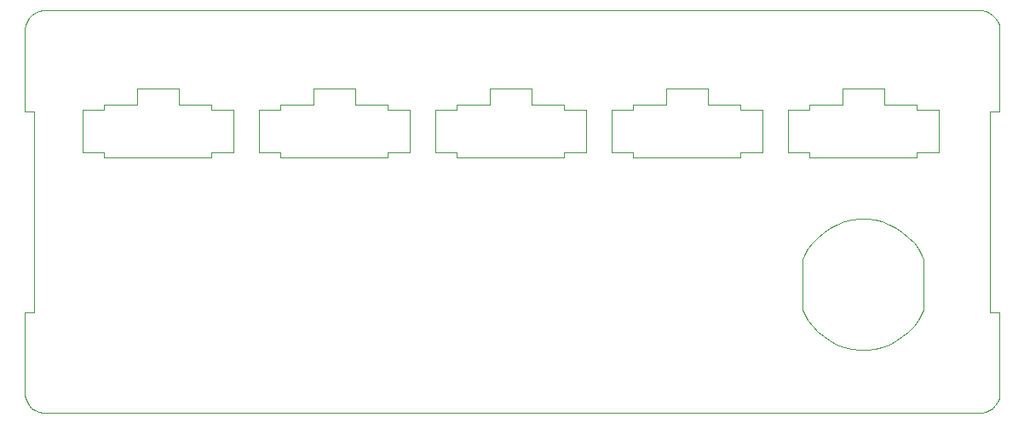
<source format=gko>
G04*
G04 #@! TF.GenerationSoftware,Altium Limited,Altium Designer,23.0.1 (38)*
G04*
G04 Layer_Color=16711935*
%FSLAX25Y25*%
%MOIN*%
G70*
G04*
G04 #@! TF.SameCoordinates,4576DBD2-755A-4E65-B73B-460D234F7A32*
G04*
G04*
G04 #@! TF.FilePolarity,Positive*
G04*
G01*
G75*
%ADD16C,0.00200*%
D16*
X426494Y175591D02*
X429506Y175591D01*
X432499Y175237D01*
X435429Y174535D01*
X438256Y173494D01*
X440942Y172128D01*
X443448Y170457D01*
X445742Y168503D01*
X447790Y166294D01*
X449566Y163859D01*
X451043Y161233D01*
X451622Y159843D01*
X451622Y159843D01*
X451622Y140157D02*
X451622Y159843D01*
X451043Y138767D02*
X451622Y140157D01*
X449566Y136141D02*
X451043Y138767D01*
X447790Y133706D02*
X449566Y136141D01*
X445742Y131497D02*
X447790Y133706D01*
X443448Y129543D02*
X445742Y131497D01*
X440942Y127872D02*
X443448Y129543D01*
X438256Y126506D02*
X440942Y127872D01*
X435429Y125465D02*
X438256Y126506D01*
X432499Y124763D02*
X435429Y125465D01*
X429506Y124409D02*
X432499Y124763D01*
X426494Y124409D02*
X429506Y124409D01*
X423501Y124763D02*
X426494Y124409D01*
X420571Y125465D02*
X423501Y124763D01*
X417744Y126506D02*
X420571Y125465D01*
X415058Y127872D02*
X417744Y126506D01*
X412551Y129543D02*
X415058Y127872D01*
X410258Y131497D02*
X412551Y129543D01*
X408210Y133706D02*
X410258Y131497D01*
X406434Y136141D02*
X408210Y133706D01*
X404957Y138767D02*
X406434Y136141D01*
X404378Y140157D02*
X404957Y138767D01*
X404378Y140157D02*
X404378Y140157D01*
X404378Y140157D02*
X404378Y159843D01*
X404957Y161233D01*
X406434Y163859D01*
X408210Y166294D01*
X410258Y168503D01*
X412551Y170457D01*
X415058Y172128D01*
X417744Y173494D01*
X420571Y174535D01*
X423501Y175237D01*
X426494Y175591D01*
X160169Y220433D02*
Y226732D01*
Y220433D02*
X173063D01*
Y218465D02*
Y220433D01*
Y218465D02*
X181528D01*
Y201535D02*
Y218465D01*
X173063Y201535D02*
X181528D01*
X173063Y199567D02*
Y201535D01*
X130937Y199567D02*
X173063D01*
X130937D02*
Y201535D01*
X122472D02*
X130937D01*
X122472D02*
Y218465D01*
X130937D01*
Y220433D01*
X143831D01*
Y226732D01*
X160169D01*
X229169Y220433D02*
Y226732D01*
Y220433D02*
X242063D01*
Y218465D02*
Y220433D01*
Y218465D02*
X250528D01*
Y201535D02*
Y218465D01*
X242063Y201535D02*
X250528D01*
X242063Y199567D02*
Y201535D01*
X199937Y199567D02*
X242063D01*
X199937D02*
Y201535D01*
X191472D02*
X199937D01*
X191472D02*
Y218465D01*
X199937D01*
Y220433D01*
X212831D01*
Y226732D01*
X229169D01*
X298169Y220433D02*
Y226732D01*
Y220433D02*
X311063D01*
Y218465D02*
Y220433D01*
Y218465D02*
X319528D01*
Y201535D02*
Y218465D01*
X311063Y201535D02*
X319528D01*
X311063Y199567D02*
Y201535D01*
X268937Y199567D02*
X311063D01*
X268937D02*
Y201535D01*
X260472D02*
X268937D01*
X260472D02*
Y218465D01*
X268937D01*
Y220433D01*
X281831D01*
Y226732D01*
X298169D01*
X367169Y220433D02*
Y226732D01*
Y220433D02*
X380063D01*
Y218465D02*
Y220433D01*
Y218465D02*
X388528D01*
Y201535D02*
Y218465D01*
X380063Y201535D02*
X388528D01*
X380063Y199567D02*
Y201535D01*
X337937Y199567D02*
X380063D01*
X337937D02*
Y201535D01*
X329472D02*
X337937D01*
X329472D02*
Y218465D01*
X337937D01*
Y220433D01*
X350831D01*
Y226732D01*
X367169D01*
X436169Y220433D02*
Y226732D01*
Y220433D02*
X449063D01*
Y218465D02*
Y220433D01*
Y218465D02*
X457528D01*
Y201535D02*
Y218465D01*
X449063Y201535D02*
X457528D01*
X449063Y199567D02*
Y201535D01*
X406937Y199567D02*
X449063D01*
X406937D02*
Y201535D01*
X398472D02*
X406937D01*
X398472D02*
Y218465D01*
X406937D01*
Y220433D01*
X419831D01*
Y226732D01*
X436169D01*
X107807Y257217D02*
X473555Y257217D01*
X107032Y257217D02*
X107807D01*
X105510Y256914D02*
X107032Y257217D01*
X104077Y256320D02*
X105510Y256914D01*
X102788Y255459D02*
X104077Y256320D01*
X101691Y254362D02*
X102788Y255459D01*
X100829Y253072D02*
X101691Y254362D01*
X100236Y251639D02*
X100829Y253072D01*
X99933Y250118D02*
X100236Y251639D01*
X99933Y249342D02*
Y250118D01*
Y217846D02*
Y249342D01*
Y217846D02*
X103673D01*
Y139106D02*
Y217846D01*
X99933Y139106D02*
X103673D01*
X99933Y107610D02*
Y139106D01*
Y106835D02*
Y107610D01*
Y106835D02*
X100236Y105314D01*
X100829Y103881D01*
X101691Y102591D01*
X102788Y101494D01*
X104077Y100632D01*
X105510Y100039D01*
X107032Y99736D01*
X474331D01*
X475852Y100039D01*
X477285Y100632D01*
X478575Y101494D01*
X479671Y102591D01*
X480533Y103881D01*
X481126Y105314D01*
X481429Y106835D01*
Y107610D01*
Y139106D01*
X477689D02*
X481429D01*
X477689D02*
Y217846D01*
X481429D01*
Y249342D01*
Y250118D01*
X481126Y251639D02*
X481429Y250118D01*
X480533Y253072D02*
X481126Y251639D01*
X479671Y254362D02*
X480533Y253072D01*
X478575Y255459D02*
X479671Y254362D01*
X477285Y256320D02*
X478575Y255459D01*
X475852Y256914D02*
X477285Y256320D01*
X474331Y257217D02*
X475852Y256914D01*
X473555Y257217D02*
X474331D01*
M02*

</source>
